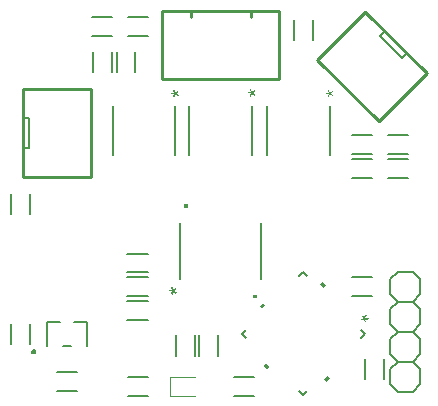
<source format=gbr>
G04 EAGLE Gerber RS-274X export*
G75*
%MOMM*%
%FSLAX34Y34*%
%LPD*%
%INSilkscreen Top*%
%IPPOS*%
%AMOC8*
5,1,8,0,0,1.08239X$1,22.5*%
G01*
G04 Define Apertures*
%ADD10C,0.127000*%
%ADD11C,0.152400*%
%ADD12C,0.254000*%
%ADD13C,0.200000*%
%ADD14C,0.120000*%
G36*
X34995Y-68475D02*
X33019Y-66499D01*
X35893Y-63626D01*
X37868Y-65601D01*
X34995Y-68475D01*
G37*
G36*
X39428Y-119910D02*
X36555Y-117036D01*
X38530Y-115061D01*
X41404Y-117934D01*
X39428Y-119910D01*
G37*
G36*
X-31281Y19727D02*
X-27217Y19727D01*
X-27217Y16933D01*
X-31281Y16933D01*
X-31281Y19727D01*
G37*
G36*
X27217Y-56933D02*
X31281Y-56933D01*
X31281Y-59727D01*
X27217Y-59727D01*
X27217Y-56933D01*
G37*
G36*
X87328Y-50797D02*
X84454Y-47924D01*
X86430Y-45948D01*
X89303Y-48822D01*
X87328Y-50797D01*
G37*
G36*
X89965Y-130517D02*
X87990Y-128541D01*
X90863Y-125667D01*
X92839Y-127643D01*
X89965Y-130517D01*
G37*
G36*
X92057Y110428D02*
X90883Y110822D01*
X91821Y113161D01*
X89219Y113056D01*
X89219Y114247D01*
X91803Y114133D01*
X90901Y116445D01*
X92057Y116840D01*
X92696Y114370D01*
X94886Y115990D01*
X95517Y114948D01*
X93257Y113634D01*
X95499Y112268D01*
X94869Y111225D01*
X92696Y112881D01*
X92057Y110428D01*
G37*
G36*
X26057Y110912D02*
X24883Y111306D01*
X25821Y113645D01*
X23219Y113540D01*
X23219Y114731D01*
X25803Y114617D01*
X24901Y116929D01*
X26057Y117324D01*
X26696Y114854D01*
X28886Y116474D01*
X29517Y115432D01*
X27257Y114118D01*
X29499Y112752D01*
X28869Y111709D01*
X26696Y113365D01*
X26057Y110912D01*
G37*
G36*
X-38943Y110428D02*
X-40117Y110822D01*
X-39180Y113161D01*
X-41781Y113056D01*
X-41781Y114247D01*
X-39197Y114133D01*
X-40099Y116445D01*
X-38943Y116840D01*
X-38304Y114370D01*
X-36114Y115990D01*
X-35483Y114948D01*
X-37743Y113634D01*
X-35501Y112268D01*
X-36132Y111225D01*
X-38304Y112881D01*
X-38943Y110428D01*
G37*
G36*
X-40530Y-56724D02*
X-41704Y-56330D01*
X-40767Y-53991D01*
X-43368Y-54096D01*
X-43368Y-52905D01*
X-40784Y-53019D01*
X-41686Y-50707D01*
X-40530Y-50313D01*
X-39891Y-52783D01*
X-37701Y-51162D01*
X-37070Y-52205D01*
X-39330Y-53518D01*
X-37088Y-54885D01*
X-37719Y-55927D01*
X-39891Y-54272D01*
X-40530Y-56724D01*
G37*
G36*
X121936Y-80007D02*
X121571Y-77301D01*
X119385Y-78583D01*
X118833Y-77474D01*
X121150Y-76483D01*
X119236Y-74718D01*
X120078Y-73876D01*
X121825Y-75784D01*
X122822Y-73511D01*
X123918Y-74049D01*
X122624Y-76248D01*
X125318Y-76651D01*
X125027Y-77833D01*
X122500Y-77165D01*
X123119Y-79716D01*
X121936Y-80007D01*
G37*
D10*
X-78750Y-37991D02*
X-61250Y-37991D01*
X-61250Y-22009D02*
X-78750Y-22009D01*
X-78750Y-42009D02*
X-61250Y-42009D01*
X-61250Y-57991D02*
X-78750Y-57991D01*
X-78750Y-62009D02*
X-61250Y-62009D01*
X-61250Y-77991D02*
X-78750Y-77991D01*
D11*
X39711Y61172D02*
X39711Y102828D01*
X92289Y102828D02*
X92289Y61172D01*
D10*
X-177218Y28500D02*
X-177218Y11500D01*
X-161200Y11500D02*
X-161200Y28500D01*
D11*
X-26289Y61656D02*
X-26289Y103312D01*
X26289Y103312D02*
X26289Y61656D01*
X-91289Y61172D02*
X-91289Y102828D01*
X-38711Y102828D02*
X-38711Y61172D01*
D10*
X141500Y61991D02*
X158500Y61991D01*
X158500Y78009D02*
X141500Y78009D01*
X128500Y78009D02*
X111500Y78009D01*
X111500Y61991D02*
X128500Y61991D01*
X-71991Y131500D02*
X-71991Y148500D01*
X-88009Y148500D02*
X-88009Y131500D01*
X141500Y41991D02*
X158500Y41991D01*
X158500Y58009D02*
X141500Y58009D01*
X128500Y58009D02*
X111500Y58009D01*
X111500Y41991D02*
X128500Y41991D01*
X-91991Y131500D02*
X-91991Y148500D01*
X-108009Y148500D02*
X-108009Y131500D01*
D11*
X34290Y3749D02*
X34290Y-43749D01*
X-34290Y-43749D02*
X-34290Y3749D01*
D12*
X-49500Y126075D02*
X-49500Y183575D01*
X-49500Y126075D02*
X49500Y126075D01*
X49500Y183575D01*
X-49500Y183575D01*
X26000Y183000D02*
X26000Y178000D01*
X-25000Y178000D02*
X-25000Y183000D01*
X-109913Y43000D02*
X-167413Y43000D01*
X-109913Y43000D02*
X-109913Y117000D01*
X-167413Y117000D01*
X-167413Y43000D01*
D13*
X-166838Y93000D02*
X-161838Y93000D01*
X-161838Y67000D02*
X-166838Y67000D01*
X-161838Y67000D02*
X-161838Y93000D01*
D11*
X143582Y-81933D02*
X149932Y-88283D01*
X143582Y-81933D02*
X143582Y-69233D01*
X149932Y-62883D01*
X162632Y-62883D01*
X168982Y-69233D01*
X168982Y-81933D01*
X162632Y-88283D01*
X143582Y-120033D02*
X143582Y-132733D01*
X143582Y-120033D02*
X149932Y-113683D01*
X162632Y-113683D01*
X168982Y-120033D01*
X149932Y-113683D02*
X143582Y-107333D01*
X143582Y-94633D01*
X149932Y-88283D01*
X162632Y-88283D01*
X168982Y-94633D01*
X168982Y-107333D01*
X162632Y-113683D01*
X162632Y-139083D02*
X149932Y-139083D01*
X143582Y-132733D01*
X162632Y-139083D02*
X168982Y-132733D01*
X168982Y-120033D01*
X143582Y-56533D02*
X143582Y-43833D01*
X149932Y-37483D01*
X162632Y-37483D01*
X168982Y-43833D01*
X149932Y-62883D02*
X143582Y-56533D01*
X162632Y-62883D02*
X168982Y-56533D01*
X168982Y-43833D01*
X70000Y-37915D02*
X66656Y-41258D01*
X17915Y-90000D02*
X21258Y-93344D01*
X70000Y-142085D02*
X73344Y-138742D01*
X122085Y-90000D02*
X118742Y-86656D01*
X73344Y-41258D02*
X70000Y-37915D01*
X21258Y-86656D02*
X17915Y-90000D01*
X66656Y-138742D02*
X70000Y-142085D01*
X118742Y-93344D02*
X122085Y-90000D01*
D10*
X-22009Y-91250D02*
X-22009Y-108750D01*
X-37991Y-108750D02*
X-37991Y-91250D01*
X11250Y-142218D02*
X28750Y-142218D01*
X28750Y-126236D02*
X11250Y-126236D01*
X-2009Y-108750D02*
X-2009Y-91250D01*
X-17991Y-91250D02*
X-17991Y-108750D01*
D14*
X-22000Y-126820D02*
X-43099Y-126820D01*
X-43099Y-142218D01*
X-22000Y-142218D01*
D10*
X-61500Y-126200D02*
X-78500Y-126200D01*
X-78500Y-142218D02*
X-61500Y-142218D01*
X111500Y-41991D02*
X128500Y-41991D01*
X128500Y-58009D02*
X111500Y-58009D01*
X138009Y-111500D02*
X138009Y-128500D01*
X121991Y-128500D02*
X121991Y-111500D01*
D11*
X-126467Y-100287D02*
X-133533Y-100287D01*
X-113236Y-100287D02*
X-113236Y-79713D01*
X-124033Y-79713D01*
X-146764Y-79713D02*
X-146764Y-100287D01*
X-146764Y-79713D02*
X-135967Y-79713D01*
X-156924Y-104986D02*
X-156926Y-105056D01*
X-156932Y-105126D01*
X-156941Y-105195D01*
X-156955Y-105264D01*
X-156972Y-105332D01*
X-156993Y-105398D01*
X-157017Y-105464D01*
X-157045Y-105528D01*
X-157077Y-105590D01*
X-157112Y-105651D01*
X-157150Y-105710D01*
X-157192Y-105766D01*
X-157236Y-105820D01*
X-157284Y-105872D01*
X-157334Y-105920D01*
X-157387Y-105966D01*
X-157442Y-106009D01*
X-157499Y-106049D01*
X-157559Y-106086D01*
X-157621Y-106119D01*
X-157684Y-106149D01*
X-157749Y-106175D01*
X-157815Y-106198D01*
X-157882Y-106217D01*
X-157951Y-106232D01*
X-158020Y-106244D01*
X-158089Y-106252D01*
X-158159Y-106256D01*
X-158229Y-106256D01*
X-158299Y-106252D01*
X-158368Y-106244D01*
X-158437Y-106232D01*
X-158506Y-106217D01*
X-158573Y-106198D01*
X-158639Y-106175D01*
X-158704Y-106149D01*
X-158767Y-106119D01*
X-158829Y-106086D01*
X-158889Y-106049D01*
X-158946Y-106009D01*
X-159001Y-105966D01*
X-159054Y-105920D01*
X-159104Y-105872D01*
X-159152Y-105820D01*
X-159196Y-105766D01*
X-159238Y-105710D01*
X-159276Y-105651D01*
X-159311Y-105590D01*
X-159343Y-105528D01*
X-159371Y-105464D01*
X-159395Y-105398D01*
X-159416Y-105332D01*
X-159433Y-105264D01*
X-159447Y-105195D01*
X-159456Y-105126D01*
X-159462Y-105056D01*
X-159464Y-104986D01*
X-159462Y-104916D01*
X-159456Y-104846D01*
X-159447Y-104777D01*
X-159433Y-104708D01*
X-159416Y-104640D01*
X-159395Y-104574D01*
X-159371Y-104508D01*
X-159343Y-104444D01*
X-159311Y-104382D01*
X-159276Y-104321D01*
X-159238Y-104262D01*
X-159196Y-104206D01*
X-159152Y-104152D01*
X-159104Y-104100D01*
X-159054Y-104052D01*
X-159001Y-104006D01*
X-158946Y-103963D01*
X-158889Y-103923D01*
X-158829Y-103886D01*
X-158767Y-103853D01*
X-158704Y-103823D01*
X-158639Y-103797D01*
X-158573Y-103774D01*
X-158506Y-103755D01*
X-158437Y-103740D01*
X-158368Y-103728D01*
X-158299Y-103720D01*
X-158229Y-103716D01*
X-158159Y-103716D01*
X-158089Y-103720D01*
X-158020Y-103728D01*
X-157951Y-103740D01*
X-157882Y-103755D01*
X-157815Y-103774D01*
X-157749Y-103797D01*
X-157684Y-103823D01*
X-157621Y-103853D01*
X-157559Y-103886D01*
X-157499Y-103923D01*
X-157442Y-103963D01*
X-157387Y-104006D01*
X-157334Y-104052D01*
X-157284Y-104100D01*
X-157236Y-104152D01*
X-157192Y-104206D01*
X-157150Y-104262D01*
X-157112Y-104321D01*
X-157077Y-104382D01*
X-157045Y-104444D01*
X-157017Y-104508D01*
X-156993Y-104574D01*
X-156972Y-104640D01*
X-156955Y-104708D01*
X-156941Y-104777D01*
X-156932Y-104846D01*
X-156926Y-104916D01*
X-156924Y-104986D01*
D10*
X-138750Y-122009D02*
X-121250Y-122009D01*
X-121250Y-137991D02*
X-138750Y-137991D01*
X-161236Y-98750D02*
X-161236Y-81250D01*
X-177218Y-81250D02*
X-177218Y-98750D01*
D12*
X81467Y142174D02*
X122125Y182833D01*
X81467Y142174D02*
X133792Y89848D01*
X174451Y130507D01*
X122125Y182833D01*
D13*
X157074Y147071D02*
X153538Y143536D01*
X135154Y161920D02*
X138689Y165456D01*
X135154Y161920D02*
X153538Y143536D01*
D10*
X61991Y158433D02*
X61991Y175433D01*
X78009Y175433D02*
X78009Y158433D01*
X-61500Y178009D02*
X-78500Y178009D01*
X-78500Y161991D02*
X-61500Y161991D01*
X-91500Y178009D02*
X-108500Y178009D01*
X-108500Y161991D02*
X-91500Y161991D01*
M02*

</source>
